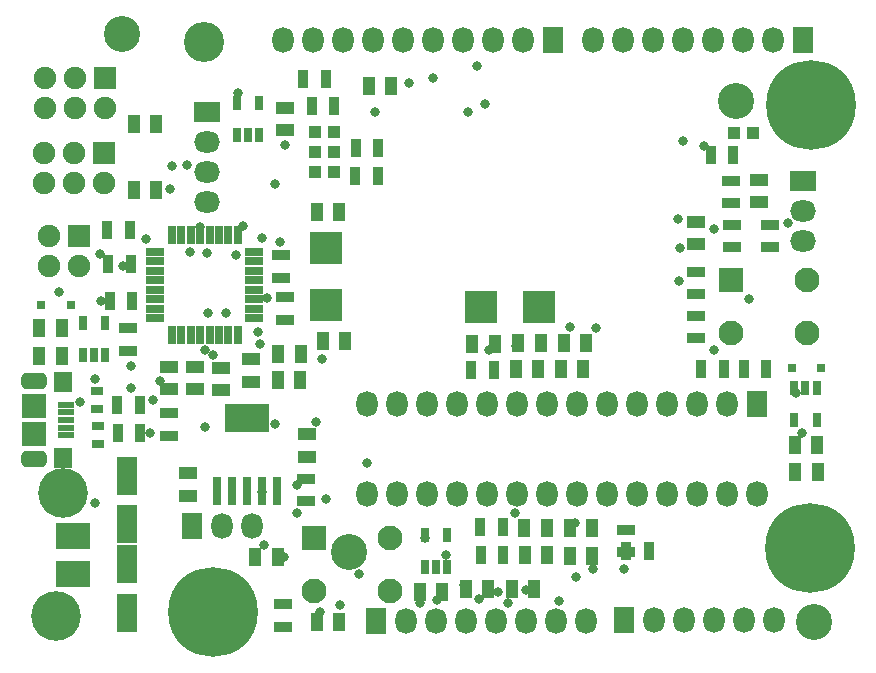
<source format=gts>
G04*
G04 #@! TF.GenerationSoftware,Altium Limited,Altium Designer,20.2.4 (192)*
G04*
G04 Layer_Color=8388736*
%FSLAX44Y44*%
%MOMM*%
G71*
G04*
G04 #@! TF.SameCoordinates,CA4B6327-8C8C-4F40-9CFE-90DE2028BA09*
G04*
G04*
G04 #@! TF.FilePolarity,Negative*
G04*
G01*
G75*
%ADD34R,3.7000X2.4000*%
%ADD35R,0.8000X2.4000*%
%ADD36R,2.8000X2.7000*%
%ADD37R,2.7000X2.8000*%
%ADD38R,1.8000X3.2000*%
%ADD39C,3.0480*%
%ADD40R,0.7500X1.2000*%
%ADD41R,2.9000X2.2000*%
%ADD42R,1.0000X1.0000*%
%ADD43R,2.1000X2.1000*%
%ADD44R,1.6000X1.8000*%
%ADD45R,1.4500X0.5000*%
%ADD46R,0.6700X1.6200*%
%ADD47R,1.6200X0.6700*%
%ADD48R,0.7842X0.7588*%
%ADD49R,0.9000X1.5000*%
%ADD50R,1.5000X0.9000*%
%ADD51R,1.1000X0.8000*%
%ADD52R,1.1000X1.5000*%
%ADD53R,1.5000X1.1000*%
%ADD54C,3.4000*%
%ADD55C,4.2000*%
%ADD56O,1.8000X2.2000*%
%ADD57R,1.8000X2.2000*%
%ADD58O,2.2000X1.8000*%
%ADD59R,2.2000X1.8000*%
%ADD60C,7.6000*%
%ADD61C,1.9000*%
%ADD62R,1.9000X1.9000*%
%ADD63C,2.1000*%
%ADD64R,2.1000X2.1000*%
G04:AMPARAMS|DCode=65|XSize=2.2mm|YSize=1.4mm|CornerRadius=0.46mm|HoleSize=0mm|Usage=FLASHONLY|Rotation=0.000|XOffset=0mm|YOffset=0mm|HoleType=Round|Shape=RoundedRectangle|*
%AMROUNDEDRECTD65*
21,1,2.2000,0.4800,0,0,0.0*
21,1,1.2800,1.4000,0,0,0.0*
1,1,0.9200,0.6400,-0.2400*
1,1,0.9200,-0.6400,-0.2400*
1,1,0.9200,-0.6400,0.2400*
1,1,0.9200,0.6400,0.2400*
%
%ADD65ROUNDEDRECTD65*%
%ADD66C,0.8000*%
D34*
X188500Y189750D02*
D03*
D35*
X163100Y127750D02*
D03*
X175800D02*
D03*
X188500D02*
D03*
X201200D02*
D03*
X213900D02*
D03*
D36*
X255270Y333988D02*
D03*
Y284988D02*
D03*
D37*
X436234Y283718D02*
D03*
X387234D02*
D03*
D38*
X87250Y99750D02*
D03*
Y140750D02*
D03*
X86750Y66000D02*
D03*
Y25000D02*
D03*
D39*
X83250Y515000D02*
D03*
X602742Y457708D02*
D03*
X274750Y76250D02*
D03*
X668500Y17000D02*
D03*
D40*
X180250Y429250D02*
D03*
X189750D02*
D03*
X199250D02*
D03*
X180250Y456250D02*
D03*
X199250D02*
D03*
X339496Y63462D02*
D03*
X348996D02*
D03*
X358496D02*
D03*
X339496Y90462D02*
D03*
X358496D02*
D03*
X49750Y243250D02*
D03*
X59250D02*
D03*
X68750D02*
D03*
X49750Y270250D02*
D03*
X68750D02*
D03*
X671000Y214750D02*
D03*
X661500D02*
D03*
X652000D02*
D03*
X671000Y187750D02*
D03*
X652000D02*
D03*
D41*
X41148Y57406D02*
D03*
Y89406D02*
D03*
D42*
X246000Y431500D02*
D03*
X262000D02*
D03*
X246500Y415000D02*
D03*
X262500D02*
D03*
X246000Y397750D02*
D03*
X262000D02*
D03*
X617250Y430750D02*
D03*
X601250D02*
D03*
D43*
X8550Y176000D02*
D03*
Y200000D02*
D03*
D44*
X33050Y156000D02*
D03*
Y220000D02*
D03*
D45*
X35300Y175000D02*
D03*
Y181500D02*
D03*
Y188000D02*
D03*
Y194500D02*
D03*
Y201000D02*
D03*
D46*
X133000Y344250D02*
D03*
X149000Y260250D02*
D03*
X125000Y344250D02*
D03*
X149000D02*
D03*
X133000Y260250D02*
D03*
X141000Y344250D02*
D03*
X157000Y260250D02*
D03*
X141000D02*
D03*
X125000D02*
D03*
X173000Y344250D02*
D03*
X165000D02*
D03*
X157000D02*
D03*
X181000D02*
D03*
X165000Y260250D02*
D03*
X181000D02*
D03*
X173000D02*
D03*
D47*
X111000Y322250D02*
D03*
Y330250D02*
D03*
Y282250D02*
D03*
Y298250D02*
D03*
Y274250D02*
D03*
Y306250D02*
D03*
Y314250D02*
D03*
Y290250D02*
D03*
X195000Y322250D02*
D03*
Y306250D02*
D03*
Y330250D02*
D03*
Y290250D02*
D03*
Y298250D02*
D03*
Y282250D02*
D03*
Y314250D02*
D03*
Y274250D02*
D03*
D48*
X14478Y285242D02*
D03*
X39370D02*
D03*
X650058Y232250D02*
D03*
X674950D02*
D03*
D49*
X243750Y453500D02*
D03*
X262750D02*
D03*
X405486Y73914D02*
D03*
X386486D02*
D03*
X299750Y418250D02*
D03*
X280750D02*
D03*
X299500Y394250D02*
D03*
X280500D02*
D03*
X529000Y77250D02*
D03*
X510000D02*
D03*
X236372Y476504D02*
D03*
X255372D02*
D03*
X70510Y348996D02*
D03*
X89510D02*
D03*
X97892Y200914D02*
D03*
X78892D02*
D03*
X98500Y177250D02*
D03*
X79500D02*
D03*
X581250Y412250D02*
D03*
X600250D02*
D03*
X386334Y97028D02*
D03*
X405334D02*
D03*
X628500Y231500D02*
D03*
X609500D02*
D03*
X378654Y230746D02*
D03*
X397654D02*
D03*
X71250Y320500D02*
D03*
X90250D02*
D03*
X573250Y231500D02*
D03*
X592250D02*
D03*
X91390Y288798D02*
D03*
X72390D02*
D03*
D50*
X239000Y119250D02*
D03*
Y138250D02*
D03*
X218948Y13106D02*
D03*
Y32106D02*
D03*
X509577Y76260D02*
D03*
Y95260D02*
D03*
X217424Y308508D02*
D03*
Y327508D02*
D03*
X87884Y265786D02*
D03*
Y246786D02*
D03*
X122428Y193650D02*
D03*
Y174650D02*
D03*
X598250Y371750D02*
D03*
Y390750D02*
D03*
X221234Y272948D02*
D03*
Y291948D02*
D03*
X599250Y353500D02*
D03*
Y334500D02*
D03*
X631952Y334162D02*
D03*
Y353162D02*
D03*
X568750Y313500D02*
D03*
Y294500D02*
D03*
X568500Y276500D02*
D03*
Y257500D02*
D03*
D51*
X62500Y168000D02*
D03*
Y183000D02*
D03*
X61750Y212250D02*
D03*
Y197250D02*
D03*
D52*
X214732Y72136D02*
D03*
X195732D02*
D03*
X247802Y16764D02*
D03*
X266802D02*
D03*
X234290Y244094D02*
D03*
X215290D02*
D03*
X92862Y382778D02*
D03*
X111862D02*
D03*
X271882Y254508D02*
D03*
X252882D02*
D03*
X266802Y363728D02*
D03*
X247802D02*
D03*
X92862Y438404D02*
D03*
X111862D02*
D03*
X291744Y470916D02*
D03*
X310744D02*
D03*
X437490Y253492D02*
D03*
X418490D02*
D03*
X473558Y231394D02*
D03*
X454558D02*
D03*
X412862Y44654D02*
D03*
X431862D02*
D03*
X335178Y42672D02*
D03*
X354178D02*
D03*
X374112Y44654D02*
D03*
X393112D02*
D03*
X442750Y74000D02*
D03*
X423750D02*
D03*
X442500Y96500D02*
D03*
X423500D02*
D03*
X480924Y96477D02*
D03*
X461924D02*
D03*
X379374Y252476D02*
D03*
X398374D02*
D03*
X416204Y230886D02*
D03*
X435204D02*
D03*
X32000Y265500D02*
D03*
X13000D02*
D03*
X671750Y167250D02*
D03*
X652750D02*
D03*
X32000Y242250D02*
D03*
X13000D02*
D03*
X672000Y144000D02*
D03*
X653000D02*
D03*
X233782Y221742D02*
D03*
X214782D02*
D03*
X456844Y253238D02*
D03*
X475844D02*
D03*
X462250Y73000D02*
D03*
X481250D02*
D03*
D53*
X221250Y452500D02*
D03*
Y433500D02*
D03*
X239500Y157000D02*
D03*
Y176000D02*
D03*
X138500Y124000D02*
D03*
Y143000D02*
D03*
X192000Y239328D02*
D03*
Y220327D02*
D03*
X166630Y232470D02*
D03*
Y213470D02*
D03*
X144492Y232892D02*
D03*
Y213892D02*
D03*
X122492Y233142D02*
D03*
Y214142D02*
D03*
X622500Y372250D02*
D03*
Y391250D02*
D03*
X569250Y356000D02*
D03*
Y337000D02*
D03*
D54*
X152400Y508000D02*
D03*
D55*
X33000Y126000D02*
D03*
X27000Y22000D02*
D03*
D56*
X219202Y509778D02*
D03*
X244602D02*
D03*
X270002D02*
D03*
X295402D02*
D03*
X320802D02*
D03*
X346202D02*
D03*
X371602D02*
D03*
X397002D02*
D03*
X422402D02*
D03*
X323342Y18034D02*
D03*
X348742D02*
D03*
X374142D02*
D03*
X399542D02*
D03*
X424942D02*
D03*
X450342D02*
D03*
X475742D02*
D03*
X633984Y510032D02*
D03*
X608584D02*
D03*
X583184D02*
D03*
X557784D02*
D03*
X532384D02*
D03*
X506984D02*
D03*
X481584D02*
D03*
X635254Y18288D02*
D03*
X609854D02*
D03*
X584454D02*
D03*
X559054D02*
D03*
X533654D02*
D03*
X193300Y98500D02*
D03*
X167900D02*
D03*
X595250Y201930D02*
D03*
X569850D02*
D03*
X544450D02*
D03*
X519050D02*
D03*
X493650D02*
D03*
X468250D02*
D03*
X442850D02*
D03*
X417450D02*
D03*
X392050D02*
D03*
X366650D02*
D03*
X341250D02*
D03*
X315850D02*
D03*
X290450D02*
D03*
X620650Y125730D02*
D03*
X595250D02*
D03*
X569850D02*
D03*
X544450D02*
D03*
X519050D02*
D03*
X493650D02*
D03*
X468250D02*
D03*
X442850D02*
D03*
X417450D02*
D03*
X392050D02*
D03*
X366650D02*
D03*
X341250D02*
D03*
X315850D02*
D03*
X290450D02*
D03*
D57*
X447802Y509778D02*
D03*
X297942Y18034D02*
D03*
X659384Y510032D02*
D03*
X508254Y18288D02*
D03*
X142500Y98500D02*
D03*
X620650Y201930D02*
D03*
D58*
X155000Y372700D02*
D03*
Y398100D02*
D03*
Y423500D02*
D03*
X659250Y339700D02*
D03*
Y365100D02*
D03*
D59*
X155000Y448900D02*
D03*
X659250Y390500D02*
D03*
D60*
X159700Y25400D02*
D03*
X666000Y454500D02*
D03*
X665000Y79250D02*
D03*
D61*
X42418Y414020D02*
D03*
X17018D02*
D03*
X42418Y388620D02*
D03*
X17018D02*
D03*
X67818D02*
D03*
X43180Y477774D02*
D03*
X17780D02*
D03*
X43180Y452374D02*
D03*
X17780D02*
D03*
X68580D02*
D03*
X21250Y343500D02*
D03*
Y318100D02*
D03*
X46650D02*
D03*
D62*
X67818Y414020D02*
D03*
X68580Y477774D02*
D03*
X46650Y343500D02*
D03*
D63*
X310122Y88032D02*
D03*
Y43032D02*
D03*
X245122D02*
D03*
X663250Y306500D02*
D03*
Y261500D02*
D03*
X598250D02*
D03*
D64*
X245122Y88032D02*
D03*
X598250Y306500D02*
D03*
D65*
X8550Y155000D02*
D03*
Y221000D02*
D03*
D66*
X646750Y355000D02*
D03*
X283306Y57500D02*
D03*
X267750Y31250D02*
D03*
X247000Y186000D02*
D03*
X410000Y33000D02*
D03*
X339496Y88212D02*
D03*
X653750Y210721D02*
D03*
X583750Y349750D02*
D03*
X149250Y351700D02*
D03*
X170750Y278250D02*
D03*
X155500Y278750D02*
D03*
X115000Y221000D02*
D03*
X452750Y34620D02*
D03*
X384750Y36500D02*
D03*
X401000Y42750D02*
D03*
X201550Y127050D02*
D03*
X555750Y333500D02*
D03*
X416750Y250500D02*
D03*
X554228Y306022D02*
D03*
X467000Y55000D02*
D03*
X198000Y262382D02*
D03*
X613750Y290500D02*
D03*
X425250Y44000D02*
D03*
X256000Y121000D02*
D03*
X250853Y25047D02*
D03*
X206000Y291000D02*
D03*
X199750Y252500D02*
D03*
X481500Y62000D02*
D03*
X90250Y215000D02*
D03*
Y233750D02*
D03*
X212718Y184532D02*
D03*
X153000Y182000D02*
D03*
X231000Y132984D02*
D03*
X60000Y118000D02*
D03*
X349250Y35672D02*
D03*
X372612Y48154D02*
D03*
X462000Y267000D02*
D03*
X584000Y247000D02*
D03*
X554000Y358000D02*
D03*
X103562Y341562D02*
D03*
X140462Y329946D02*
D03*
X155000Y329000D02*
D03*
X290000Y152000D02*
D03*
X109024Y205000D02*
D03*
X65000Y289000D02*
D03*
X203000Y82000D02*
D03*
X508088Y61912D02*
D03*
X466500Y100584D02*
D03*
X335000Y33000D02*
D03*
X83652Y318822D02*
D03*
X484378Y265938D02*
D03*
X60452Y223012D02*
D03*
X47752Y202946D02*
D03*
X357378Y73406D02*
D03*
X201168Y341884D02*
D03*
X393750Y247500D02*
D03*
X231140Y109474D02*
D03*
X212598Y388112D02*
D03*
X219710Y72136D02*
D03*
X221250Y420894D02*
D03*
X125222Y403352D02*
D03*
X137922Y403860D02*
D03*
X658876Y177292D02*
D03*
X415544Y109220D02*
D03*
X216916Y338328D02*
D03*
X160132Y243167D02*
D03*
X575969Y420013D02*
D03*
X123698Y383540D02*
D03*
X252222Y240030D02*
D03*
X64516Y328422D02*
D03*
X181000Y464497D02*
D03*
X557784Y424434D02*
D03*
X29210Y296418D02*
D03*
X153189Y247142D02*
D03*
X179832Y327406D02*
D03*
X297017Y449052D02*
D03*
X389890Y455422D02*
D03*
X376174Y449052D02*
D03*
X383286Y487934D02*
D03*
X325882Y473052D02*
D03*
X345944Y477516D02*
D03*
X185623Y351998D02*
D03*
X106214Y177250D02*
D03*
M02*

</source>
